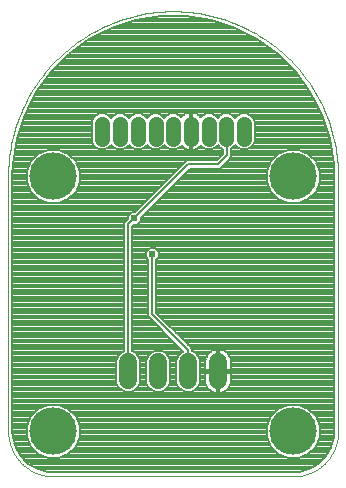
<source format=gbl>
G75*
%MOIN*%
%OFA0B0*%
%FSLAX25Y25*%
%IPPOS*%
%LPD*%
%AMOC8*
5,1,8,0,0,1.08239X$1,22.5*
%
%ADD10C,0.05937*%
%ADD11C,0.00000*%
%ADD12C,0.15811*%
%ADD13C,0.05000*%
%ADD14C,0.02400*%
%ADD15C,0.00800*%
D10*
X0046400Y0051037D02*
X0046400Y0056974D01*
X0056400Y0056974D02*
X0056400Y0051037D01*
X0066400Y0051037D02*
X0066400Y0056974D01*
X0076400Y0056974D02*
X0076400Y0051037D01*
D11*
X0101400Y0019006D02*
X0101762Y0019010D01*
X0102125Y0019024D01*
X0102487Y0019045D01*
X0102848Y0019076D01*
X0103208Y0019115D01*
X0103567Y0019163D01*
X0103925Y0019220D01*
X0104282Y0019285D01*
X0104637Y0019359D01*
X0104990Y0019442D01*
X0105341Y0019533D01*
X0105689Y0019632D01*
X0106035Y0019740D01*
X0106379Y0019856D01*
X0106719Y0019981D01*
X0107056Y0020113D01*
X0107390Y0020254D01*
X0107721Y0020403D01*
X0108048Y0020560D01*
X0108371Y0020724D01*
X0108690Y0020896D01*
X0109004Y0021076D01*
X0109315Y0021264D01*
X0109620Y0021459D01*
X0109921Y0021661D01*
X0110217Y0021871D01*
X0110507Y0022087D01*
X0110793Y0022311D01*
X0111073Y0022541D01*
X0111347Y0022778D01*
X0111615Y0023022D01*
X0111878Y0023272D01*
X0112134Y0023528D01*
X0112384Y0023791D01*
X0112628Y0024059D01*
X0112865Y0024333D01*
X0113095Y0024613D01*
X0113319Y0024899D01*
X0113535Y0025189D01*
X0113745Y0025485D01*
X0113947Y0025786D01*
X0114142Y0026091D01*
X0114330Y0026402D01*
X0114510Y0026716D01*
X0114682Y0027035D01*
X0114846Y0027358D01*
X0115003Y0027685D01*
X0115152Y0028016D01*
X0115293Y0028350D01*
X0115425Y0028687D01*
X0115550Y0029027D01*
X0115666Y0029371D01*
X0115774Y0029717D01*
X0115873Y0030065D01*
X0115964Y0030416D01*
X0116047Y0030769D01*
X0116121Y0031124D01*
X0116186Y0031481D01*
X0116243Y0031839D01*
X0116291Y0032198D01*
X0116330Y0032558D01*
X0116361Y0032919D01*
X0116382Y0033281D01*
X0116396Y0033644D01*
X0116400Y0034006D01*
X0116400Y0119006D01*
X0116384Y0120345D01*
X0116335Y0121684D01*
X0116253Y0123021D01*
X0116139Y0124355D01*
X0115993Y0125687D01*
X0115814Y0127014D01*
X0115603Y0128337D01*
X0115359Y0129654D01*
X0115084Y0130965D01*
X0114777Y0132268D01*
X0114438Y0133564D01*
X0114068Y0134851D01*
X0113667Y0136129D01*
X0113234Y0137397D01*
X0112771Y0138654D01*
X0112277Y0139899D01*
X0111753Y0141132D01*
X0111200Y0142351D01*
X0110616Y0143557D01*
X0110004Y0144748D01*
X0109363Y0145924D01*
X0108693Y0147084D01*
X0107995Y0148227D01*
X0107270Y0149353D01*
X0106517Y0150461D01*
X0105738Y0151551D01*
X0104932Y0152621D01*
X0104101Y0153671D01*
X0103244Y0154700D01*
X0102362Y0155709D01*
X0101457Y0156695D01*
X0100527Y0157659D01*
X0099574Y0158601D01*
X0098599Y0159519D01*
X0097601Y0160412D01*
X0096582Y0161282D01*
X0095542Y0162126D01*
X0094482Y0162944D01*
X0093402Y0163737D01*
X0092304Y0164503D01*
X0091186Y0165242D01*
X0090052Y0165954D01*
X0088900Y0166637D01*
X0087732Y0167293D01*
X0086548Y0167920D01*
X0085350Y0168518D01*
X0084137Y0169086D01*
X0082911Y0169625D01*
X0081672Y0170134D01*
X0080421Y0170612D01*
X0079158Y0171060D01*
X0077886Y0171477D01*
X0076603Y0171863D01*
X0075311Y0172218D01*
X0074011Y0172541D01*
X0072704Y0172832D01*
X0071390Y0173091D01*
X0070070Y0173318D01*
X0068745Y0173513D01*
X0067415Y0173676D01*
X0066082Y0173806D01*
X0064747Y0173904D01*
X0063409Y0173969D01*
X0062070Y0174002D01*
X0060730Y0174002D01*
X0059391Y0173969D01*
X0058053Y0173904D01*
X0056718Y0173806D01*
X0055385Y0173676D01*
X0054055Y0173513D01*
X0052730Y0173318D01*
X0051410Y0173091D01*
X0050096Y0172832D01*
X0048789Y0172541D01*
X0047489Y0172218D01*
X0046197Y0171863D01*
X0044914Y0171477D01*
X0043642Y0171060D01*
X0042379Y0170612D01*
X0041128Y0170134D01*
X0039889Y0169625D01*
X0038663Y0169086D01*
X0037450Y0168518D01*
X0036252Y0167920D01*
X0035068Y0167293D01*
X0033900Y0166637D01*
X0032748Y0165954D01*
X0031614Y0165242D01*
X0030496Y0164503D01*
X0029398Y0163737D01*
X0028318Y0162944D01*
X0027258Y0162126D01*
X0026218Y0161282D01*
X0025199Y0160412D01*
X0024201Y0159519D01*
X0023226Y0158601D01*
X0022273Y0157659D01*
X0021343Y0156695D01*
X0020438Y0155709D01*
X0019556Y0154700D01*
X0018699Y0153671D01*
X0017868Y0152621D01*
X0017062Y0151551D01*
X0016283Y0150461D01*
X0015530Y0149353D01*
X0014805Y0148227D01*
X0014107Y0147084D01*
X0013437Y0145924D01*
X0012796Y0144748D01*
X0012184Y0143557D01*
X0011600Y0142351D01*
X0011047Y0141132D01*
X0010523Y0139899D01*
X0010029Y0138654D01*
X0009566Y0137397D01*
X0009133Y0136129D01*
X0008732Y0134851D01*
X0008362Y0133564D01*
X0008023Y0132268D01*
X0007716Y0130965D01*
X0007441Y0129654D01*
X0007197Y0128337D01*
X0006986Y0127014D01*
X0006807Y0125687D01*
X0006661Y0124355D01*
X0006547Y0123021D01*
X0006465Y0121684D01*
X0006416Y0120345D01*
X0006400Y0119006D01*
X0006400Y0034006D01*
X0006404Y0033644D01*
X0006418Y0033281D01*
X0006439Y0032919D01*
X0006470Y0032558D01*
X0006509Y0032198D01*
X0006557Y0031839D01*
X0006614Y0031481D01*
X0006679Y0031124D01*
X0006753Y0030769D01*
X0006836Y0030416D01*
X0006927Y0030065D01*
X0007026Y0029717D01*
X0007134Y0029371D01*
X0007250Y0029027D01*
X0007375Y0028687D01*
X0007507Y0028350D01*
X0007648Y0028016D01*
X0007797Y0027685D01*
X0007954Y0027358D01*
X0008118Y0027035D01*
X0008290Y0026716D01*
X0008470Y0026402D01*
X0008658Y0026091D01*
X0008853Y0025786D01*
X0009055Y0025485D01*
X0009265Y0025189D01*
X0009481Y0024899D01*
X0009705Y0024613D01*
X0009935Y0024333D01*
X0010172Y0024059D01*
X0010416Y0023791D01*
X0010666Y0023528D01*
X0010922Y0023272D01*
X0011185Y0023022D01*
X0011453Y0022778D01*
X0011727Y0022541D01*
X0012007Y0022311D01*
X0012293Y0022087D01*
X0012583Y0021871D01*
X0012879Y0021661D01*
X0013180Y0021459D01*
X0013485Y0021264D01*
X0013796Y0021076D01*
X0014110Y0020896D01*
X0014429Y0020724D01*
X0014752Y0020560D01*
X0015079Y0020403D01*
X0015410Y0020254D01*
X0015744Y0020113D01*
X0016081Y0019981D01*
X0016421Y0019856D01*
X0016765Y0019740D01*
X0017111Y0019632D01*
X0017459Y0019533D01*
X0017810Y0019442D01*
X0018163Y0019359D01*
X0018518Y0019285D01*
X0018875Y0019220D01*
X0019233Y0019163D01*
X0019592Y0019115D01*
X0019952Y0019076D01*
X0020313Y0019045D01*
X0020675Y0019024D01*
X0021038Y0019010D01*
X0021400Y0019006D01*
X0101400Y0019006D01*
D12*
X0101400Y0034006D03*
X0101400Y0119006D03*
X0021400Y0119006D03*
X0021400Y0034006D03*
D13*
X0037778Y0131506D02*
X0037778Y0136506D01*
X0043683Y0136506D02*
X0043683Y0131506D01*
X0049589Y0131506D02*
X0049589Y0136506D01*
X0055494Y0136506D02*
X0055494Y0131506D01*
X0061400Y0131506D02*
X0061400Y0136506D01*
X0067306Y0136506D02*
X0067306Y0131506D01*
X0073211Y0131506D02*
X0073211Y0136506D01*
X0079117Y0136506D02*
X0079117Y0131506D01*
X0085022Y0131506D02*
X0085022Y0136506D01*
D14*
X0054400Y0093006D03*
X0048400Y0105006D03*
D15*
X0013498Y0022998D02*
X0109302Y0022998D01*
X0109679Y0023216D02*
X0106604Y0021441D01*
X0103175Y0020522D01*
X0101400Y0020406D01*
X0021400Y0020406D01*
X0019625Y0020522D01*
X0016195Y0021441D01*
X0013121Y0023216D01*
X0010610Y0025727D01*
X0008835Y0028801D01*
X0007916Y0032231D01*
X0007800Y0034006D01*
X0007800Y0119006D01*
X0007965Y0123211D01*
X0009281Y0131519D01*
X0011880Y0139518D01*
X0015698Y0147012D01*
X0020642Y0153816D01*
X0026590Y0159764D01*
X0033394Y0164707D01*
X0040888Y0168526D01*
X0048887Y0171125D01*
X0057195Y0172441D01*
X0065605Y0172441D01*
X0073913Y0171125D01*
X0081912Y0168526D01*
X0089406Y0164707D01*
X0096210Y0159764D01*
X0102158Y0153816D01*
X0107102Y0147012D01*
X0110920Y0139518D01*
X0113519Y0131519D01*
X0114835Y0123211D01*
X0115000Y0119006D01*
X0115000Y0034006D01*
X0114884Y0032231D01*
X0113965Y0028801D01*
X0112190Y0025727D01*
X0109679Y0023216D01*
X0110260Y0023797D02*
X0012540Y0023797D01*
X0011742Y0024595D02*
X0111058Y0024595D01*
X0111857Y0025394D02*
X0103880Y0025394D01*
X0103171Y0025100D02*
X0106445Y0026456D01*
X0108950Y0028961D01*
X0110305Y0032234D01*
X0110305Y0035777D01*
X0108950Y0039050D01*
X0106445Y0041556D01*
X0103171Y0042911D01*
X0099629Y0042911D01*
X0096355Y0041556D01*
X0093850Y0039050D01*
X0092494Y0035777D01*
X0092494Y0032234D01*
X0093850Y0028961D01*
X0096355Y0026456D01*
X0099629Y0025100D01*
X0103171Y0025100D01*
X0105808Y0026193D02*
X0112459Y0026193D01*
X0112920Y0026991D02*
X0106979Y0026991D01*
X0107778Y0027790D02*
X0113381Y0027790D01*
X0113842Y0028588D02*
X0108576Y0028588D01*
X0109126Y0029387D02*
X0114122Y0029387D01*
X0114336Y0030185D02*
X0109457Y0030185D01*
X0109787Y0030984D02*
X0114549Y0030984D01*
X0114763Y0031782D02*
X0110118Y0031782D01*
X0110305Y0032581D02*
X0114907Y0032581D01*
X0114959Y0033379D02*
X0110305Y0033379D01*
X0110305Y0034178D02*
X0115000Y0034178D01*
X0115000Y0034976D02*
X0110305Y0034976D01*
X0110305Y0035775D02*
X0115000Y0035775D01*
X0115000Y0036573D02*
X0109976Y0036573D01*
X0109645Y0037372D02*
X0115000Y0037372D01*
X0115000Y0038170D02*
X0109314Y0038170D01*
X0108984Y0038969D02*
X0115000Y0038969D01*
X0115000Y0039767D02*
X0108233Y0039767D01*
X0107434Y0040566D02*
X0115000Y0040566D01*
X0115000Y0041364D02*
X0106636Y0041364D01*
X0104979Y0042163D02*
X0115000Y0042163D01*
X0115000Y0042961D02*
X0007800Y0042961D01*
X0007800Y0042163D02*
X0017821Y0042163D01*
X0016355Y0041556D02*
X0019629Y0042911D01*
X0023171Y0042911D01*
X0026445Y0041556D01*
X0028950Y0039050D01*
X0030305Y0035777D01*
X0030305Y0032234D01*
X0028950Y0028961D01*
X0026445Y0026456D01*
X0023171Y0025100D01*
X0019629Y0025100D01*
X0016355Y0026456D01*
X0013850Y0028961D01*
X0012494Y0032234D01*
X0012494Y0035777D01*
X0013850Y0039050D01*
X0016355Y0041556D01*
X0016164Y0041364D02*
X0007800Y0041364D01*
X0007800Y0040566D02*
X0015366Y0040566D01*
X0014567Y0039767D02*
X0007800Y0039767D01*
X0007800Y0038969D02*
X0013816Y0038969D01*
X0013486Y0038170D02*
X0007800Y0038170D01*
X0007800Y0037372D02*
X0013155Y0037372D01*
X0012824Y0036573D02*
X0007800Y0036573D01*
X0007800Y0035775D02*
X0012494Y0035775D01*
X0012494Y0034976D02*
X0007800Y0034976D01*
X0007800Y0034178D02*
X0012494Y0034178D01*
X0012494Y0033379D02*
X0007841Y0033379D01*
X0007893Y0032581D02*
X0012494Y0032581D01*
X0012682Y0031782D02*
X0008037Y0031782D01*
X0008251Y0030984D02*
X0013013Y0030984D01*
X0013343Y0030185D02*
X0008464Y0030185D01*
X0008678Y0029387D02*
X0013674Y0029387D01*
X0014224Y0028588D02*
X0008958Y0028588D01*
X0009419Y0027790D02*
X0015022Y0027790D01*
X0015821Y0026991D02*
X0009880Y0026991D01*
X0010341Y0026193D02*
X0016992Y0026193D01*
X0018920Y0025394D02*
X0010943Y0025394D01*
X0014881Y0022200D02*
X0107919Y0022200D01*
X0106456Y0021401D02*
X0016344Y0021401D01*
X0019324Y0020603D02*
X0103476Y0020603D01*
X0098920Y0025394D02*
X0023880Y0025394D01*
X0025808Y0026193D02*
X0096992Y0026193D01*
X0095821Y0026991D02*
X0026979Y0026991D01*
X0027778Y0027790D02*
X0095022Y0027790D01*
X0094224Y0028588D02*
X0028576Y0028588D01*
X0029126Y0029387D02*
X0093674Y0029387D01*
X0093343Y0030185D02*
X0029457Y0030185D01*
X0029787Y0030984D02*
X0093013Y0030984D01*
X0092682Y0031782D02*
X0030118Y0031782D01*
X0030305Y0032581D02*
X0092494Y0032581D01*
X0092494Y0033379D02*
X0030305Y0033379D01*
X0030305Y0034178D02*
X0092494Y0034178D01*
X0092494Y0034976D02*
X0030305Y0034976D01*
X0030305Y0035775D02*
X0092494Y0035775D01*
X0092824Y0036573D02*
X0029976Y0036573D01*
X0029645Y0037372D02*
X0093155Y0037372D01*
X0093486Y0038170D02*
X0029314Y0038170D01*
X0028984Y0038969D02*
X0093816Y0038969D01*
X0094567Y0039767D02*
X0028233Y0039767D01*
X0027434Y0040566D02*
X0095366Y0040566D01*
X0096164Y0041364D02*
X0026636Y0041364D01*
X0024979Y0042163D02*
X0097821Y0042163D01*
X0115000Y0043760D02*
X0007800Y0043760D01*
X0007800Y0044558D02*
X0115000Y0044558D01*
X0115000Y0045357D02*
X0007800Y0045357D01*
X0007800Y0046155D02*
X0115000Y0046155D01*
X0115000Y0046954D02*
X0077969Y0046954D01*
X0078077Y0046989D02*
X0078690Y0047301D01*
X0079246Y0047705D01*
X0079732Y0048192D01*
X0080136Y0048748D01*
X0080448Y0049360D01*
X0080661Y0050014D01*
X0080768Y0050694D01*
X0080768Y0053606D01*
X0076800Y0053606D01*
X0076800Y0054406D01*
X0076000Y0054406D01*
X0076000Y0061334D01*
X0075377Y0061235D01*
X0074723Y0061023D01*
X0074110Y0060711D01*
X0073554Y0060307D01*
X0073068Y0059820D01*
X0072664Y0059264D01*
X0072352Y0058651D01*
X0072139Y0057997D01*
X0072031Y0057318D01*
X0072031Y0054406D01*
X0076000Y0054406D01*
X0076000Y0053606D01*
X0072031Y0053606D01*
X0072031Y0050694D01*
X0072139Y0050014D01*
X0072352Y0049360D01*
X0072664Y0048748D01*
X0073068Y0048192D01*
X0073554Y0047705D01*
X0074110Y0047301D01*
X0074723Y0046989D01*
X0075377Y0046776D01*
X0076000Y0046678D01*
X0076000Y0053606D01*
X0076800Y0053606D01*
X0076800Y0046678D01*
X0077423Y0046776D01*
X0078077Y0046989D01*
X0076800Y0046954D02*
X0076000Y0046954D01*
X0076000Y0047752D02*
X0076800Y0047752D01*
X0076800Y0048551D02*
X0076000Y0048551D01*
X0076000Y0049349D02*
X0076800Y0049349D01*
X0076800Y0050148D02*
X0076000Y0050148D01*
X0076000Y0050946D02*
X0076800Y0050946D01*
X0076800Y0051745D02*
X0076000Y0051745D01*
X0076000Y0052543D02*
X0076800Y0052543D01*
X0076800Y0053342D02*
X0076000Y0053342D01*
X0076000Y0054140D02*
X0070368Y0054140D01*
X0070368Y0053342D02*
X0072031Y0053342D01*
X0072031Y0052543D02*
X0070368Y0052543D01*
X0070368Y0051745D02*
X0072031Y0051745D01*
X0072031Y0050946D02*
X0070368Y0050946D01*
X0070368Y0050248D02*
X0069764Y0048789D01*
X0068648Y0047673D01*
X0067189Y0047069D01*
X0065611Y0047069D01*
X0064152Y0047673D01*
X0063036Y0048789D01*
X0062431Y0050248D01*
X0062431Y0057764D01*
X0063036Y0059222D01*
X0064152Y0060339D01*
X0064813Y0060613D01*
X0053000Y0072426D01*
X0053000Y0091295D01*
X0052200Y0092095D01*
X0052200Y0093917D01*
X0053489Y0095206D01*
X0055311Y0095206D01*
X0056600Y0093917D01*
X0056600Y0092095D01*
X0055800Y0091295D01*
X0055800Y0073586D01*
X0066980Y0062406D01*
X0067800Y0061586D01*
X0067800Y0060690D01*
X0068648Y0060339D01*
X0069764Y0059222D01*
X0070368Y0057764D01*
X0070368Y0050248D01*
X0070327Y0050148D02*
X0072118Y0050148D01*
X0072357Y0049349D02*
X0069996Y0049349D01*
X0069526Y0048551D02*
X0072807Y0048551D01*
X0073507Y0047752D02*
X0068727Y0047752D01*
X0064073Y0047752D02*
X0058727Y0047752D01*
X0058648Y0047673D02*
X0059764Y0048789D01*
X0060368Y0050248D01*
X0060368Y0057764D01*
X0059764Y0059222D01*
X0058648Y0060339D01*
X0057189Y0060943D01*
X0055611Y0060943D01*
X0054152Y0060339D01*
X0053036Y0059222D01*
X0052431Y0057764D01*
X0052431Y0050248D01*
X0053036Y0048789D01*
X0054152Y0047673D01*
X0055611Y0047069D01*
X0057189Y0047069D01*
X0058648Y0047673D01*
X0059526Y0048551D02*
X0063274Y0048551D01*
X0062804Y0049349D02*
X0059996Y0049349D01*
X0060327Y0050148D02*
X0062473Y0050148D01*
X0062431Y0050946D02*
X0060368Y0050946D01*
X0060368Y0051745D02*
X0062431Y0051745D01*
X0062431Y0052543D02*
X0060368Y0052543D01*
X0060368Y0053342D02*
X0062431Y0053342D01*
X0062431Y0054140D02*
X0060368Y0054140D01*
X0060368Y0054939D02*
X0062431Y0054939D01*
X0062431Y0055737D02*
X0060368Y0055737D01*
X0060368Y0056536D02*
X0062431Y0056536D01*
X0062431Y0057334D02*
X0060368Y0057334D01*
X0060216Y0058133D02*
X0062584Y0058133D01*
X0062915Y0058931D02*
X0059885Y0058931D01*
X0059257Y0059730D02*
X0063543Y0059730D01*
X0064610Y0060528D02*
X0058190Y0060528D01*
X0060905Y0064521D02*
X0047800Y0064521D01*
X0047800Y0063723D02*
X0061703Y0063723D01*
X0062502Y0062924D02*
X0047800Y0062924D01*
X0047800Y0062126D02*
X0063300Y0062126D01*
X0064099Y0061327D02*
X0047800Y0061327D01*
X0047800Y0060690D02*
X0047800Y0102426D01*
X0048180Y0102806D01*
X0049311Y0102806D01*
X0050600Y0104095D01*
X0050600Y0105226D01*
X0066980Y0121606D01*
X0076980Y0121606D01*
X0079980Y0124606D01*
X0080800Y0125426D01*
X0080800Y0128415D01*
X0081099Y0128539D01*
X0082069Y0129509D01*
X0083039Y0128539D01*
X0084326Y0128006D01*
X0085718Y0128006D01*
X0087005Y0128539D01*
X0087989Y0129523D01*
X0088522Y0130810D01*
X0088522Y0137202D01*
X0087989Y0138488D01*
X0087005Y0139473D01*
X0085718Y0140006D01*
X0084326Y0140006D01*
X0083039Y0139473D01*
X0082069Y0138503D01*
X0081099Y0139473D01*
X0079813Y0140006D01*
X0078420Y0140006D01*
X0077134Y0139473D01*
X0076164Y0138503D01*
X0075194Y0139473D01*
X0073907Y0140006D01*
X0072515Y0140006D01*
X0071228Y0139473D01*
X0070500Y0138745D01*
X0070335Y0138992D01*
X0069792Y0139535D01*
X0069153Y0139962D01*
X0068443Y0140256D01*
X0067690Y0140406D01*
X0067594Y0140406D01*
X0067594Y0134295D01*
X0067017Y0134295D01*
X0067017Y0140406D01*
X0066921Y0140406D01*
X0066168Y0140256D01*
X0065458Y0139962D01*
X0064819Y0139535D01*
X0064276Y0138992D01*
X0064111Y0138745D01*
X0063383Y0139473D01*
X0062096Y0140006D01*
X0060704Y0140006D01*
X0059417Y0139473D01*
X0058447Y0138503D01*
X0057477Y0139473D01*
X0056191Y0140006D01*
X0054798Y0140006D01*
X0053512Y0139473D01*
X0052542Y0138503D01*
X0051572Y0139473D01*
X0050285Y0140006D01*
X0048893Y0140006D01*
X0047606Y0139473D01*
X0046636Y0138503D01*
X0045666Y0139473D01*
X0044380Y0140006D01*
X0042987Y0140006D01*
X0041701Y0139473D01*
X0040731Y0138503D01*
X0039761Y0139473D01*
X0038474Y0140006D01*
X0037082Y0140006D01*
X0035795Y0139473D01*
X0034811Y0138488D01*
X0034278Y0137202D01*
X0034278Y0130810D01*
X0034811Y0129523D01*
X0035795Y0128539D01*
X0037082Y0128006D01*
X0038474Y0128006D01*
X0039761Y0128539D01*
X0040731Y0129509D01*
X0041701Y0128539D01*
X0042987Y0128006D01*
X0044380Y0128006D01*
X0045666Y0128539D01*
X0046636Y0129509D01*
X0047606Y0128539D01*
X0048893Y0128006D01*
X0050285Y0128006D01*
X0051572Y0128539D01*
X0052542Y0129509D01*
X0053512Y0128539D01*
X0054798Y0128006D01*
X0056191Y0128006D01*
X0057477Y0128539D01*
X0058447Y0129509D01*
X0059417Y0128539D01*
X0060704Y0128006D01*
X0062096Y0128006D01*
X0063383Y0128539D01*
X0064111Y0129267D01*
X0064276Y0129020D01*
X0064819Y0128477D01*
X0065458Y0128050D01*
X0066168Y0127756D01*
X0066921Y0127606D01*
X0067017Y0127606D01*
X0067017Y0133717D01*
X0067594Y0133717D01*
X0067594Y0127606D01*
X0067690Y0127606D01*
X0068443Y0127756D01*
X0069153Y0128050D01*
X0069792Y0128477D01*
X0070335Y0129020D01*
X0070500Y0129267D01*
X0071228Y0128539D01*
X0072515Y0128006D01*
X0073907Y0128006D01*
X0075194Y0128539D01*
X0076164Y0129509D01*
X0077134Y0128539D01*
X0078000Y0128180D01*
X0078000Y0126586D01*
X0075820Y0124406D01*
X0065820Y0124406D01*
X0065000Y0123586D01*
X0065000Y0123586D01*
X0048620Y0107206D01*
X0047489Y0107206D01*
X0046200Y0105917D01*
X0046200Y0104786D01*
X0045000Y0103586D01*
X0045000Y0060690D01*
X0044152Y0060339D01*
X0043036Y0059222D01*
X0042431Y0057764D01*
X0042431Y0050248D01*
X0043036Y0048789D01*
X0044152Y0047673D01*
X0045611Y0047069D01*
X0047189Y0047069D01*
X0048648Y0047673D01*
X0049764Y0048789D01*
X0050368Y0050248D01*
X0050368Y0057764D01*
X0049764Y0059222D01*
X0048648Y0060339D01*
X0047800Y0060690D01*
X0048190Y0060528D02*
X0054610Y0060528D01*
X0053543Y0059730D02*
X0049257Y0059730D01*
X0049885Y0058931D02*
X0052915Y0058931D01*
X0052584Y0058133D02*
X0050216Y0058133D01*
X0050368Y0057334D02*
X0052431Y0057334D01*
X0052431Y0056536D02*
X0050368Y0056536D01*
X0050368Y0055737D02*
X0052431Y0055737D01*
X0052431Y0054939D02*
X0050368Y0054939D01*
X0050368Y0054140D02*
X0052431Y0054140D01*
X0052431Y0053342D02*
X0050368Y0053342D01*
X0050368Y0052543D02*
X0052431Y0052543D01*
X0052431Y0051745D02*
X0050368Y0051745D01*
X0050368Y0050946D02*
X0052431Y0050946D01*
X0052473Y0050148D02*
X0050327Y0050148D01*
X0049996Y0049349D02*
X0052804Y0049349D01*
X0053274Y0048551D02*
X0049526Y0048551D01*
X0048727Y0047752D02*
X0054073Y0047752D01*
X0046400Y0054006D02*
X0046400Y0103006D01*
X0048400Y0105006D01*
X0066400Y0123006D01*
X0076400Y0123006D01*
X0079400Y0126006D01*
X0079400Y0133722D01*
X0079117Y0134006D01*
X0081790Y0138783D02*
X0082349Y0138783D01*
X0083300Y0139581D02*
X0080838Y0139581D01*
X0077395Y0139581D02*
X0074933Y0139581D01*
X0075884Y0138783D02*
X0076443Y0138783D01*
X0071489Y0139581D02*
X0069723Y0139581D01*
X0070475Y0138783D02*
X0070538Y0138783D01*
X0067594Y0138783D02*
X0067017Y0138783D01*
X0067017Y0139581D02*
X0067594Y0139581D01*
X0067594Y0140380D02*
X0067017Y0140380D01*
X0066789Y0140380D02*
X0012319Y0140380D01*
X0012726Y0141178D02*
X0110074Y0141178D01*
X0110481Y0140380D02*
X0067822Y0140380D01*
X0067594Y0137984D02*
X0067017Y0137984D01*
X0067017Y0137186D02*
X0067594Y0137186D01*
X0067594Y0136387D02*
X0067017Y0136387D01*
X0067017Y0135589D02*
X0067594Y0135589D01*
X0067594Y0134790D02*
X0067017Y0134790D01*
X0067017Y0133193D02*
X0067594Y0133193D01*
X0067594Y0132395D02*
X0067017Y0132395D01*
X0067017Y0131596D02*
X0067594Y0131596D01*
X0067594Y0130797D02*
X0067017Y0130797D01*
X0067017Y0129999D02*
X0067594Y0129999D01*
X0067594Y0129200D02*
X0067017Y0129200D01*
X0067017Y0128402D02*
X0067594Y0128402D01*
X0069680Y0128402D02*
X0071559Y0128402D01*
X0070567Y0129200D02*
X0070456Y0129200D01*
X0074863Y0128402D02*
X0077464Y0128402D01*
X0078000Y0127603D02*
X0023915Y0127603D01*
X0023171Y0127911D02*
X0019629Y0127911D01*
X0016355Y0126556D01*
X0013850Y0124050D01*
X0012494Y0120777D01*
X0012494Y0117234D01*
X0013850Y0113961D01*
X0016355Y0111456D01*
X0019629Y0110100D01*
X0023171Y0110100D01*
X0026445Y0111456D01*
X0028950Y0113961D01*
X0030305Y0117234D01*
X0030305Y0120777D01*
X0028950Y0124050D01*
X0026445Y0126556D01*
X0023171Y0127911D01*
X0025843Y0126805D02*
X0078000Y0126805D01*
X0077421Y0126006D02*
X0026994Y0126006D01*
X0027792Y0125208D02*
X0076622Y0125208D01*
X0075824Y0124409D02*
X0028591Y0124409D01*
X0029132Y0123611D02*
X0065025Y0123611D01*
X0064227Y0122812D02*
X0029463Y0122812D01*
X0029793Y0122014D02*
X0063428Y0122014D01*
X0062630Y0121215D02*
X0030124Y0121215D01*
X0030305Y0120417D02*
X0061831Y0120417D01*
X0061033Y0119618D02*
X0030305Y0119618D01*
X0030305Y0118820D02*
X0060234Y0118820D01*
X0059436Y0118021D02*
X0030305Y0118021D01*
X0030301Y0117223D02*
X0058637Y0117223D01*
X0057838Y0116424D02*
X0029970Y0116424D01*
X0029639Y0115626D02*
X0057040Y0115626D01*
X0056241Y0114827D02*
X0029308Y0114827D01*
X0028978Y0114029D02*
X0055443Y0114029D01*
X0054644Y0113230D02*
X0028219Y0113230D01*
X0027420Y0112432D02*
X0053846Y0112432D01*
X0053047Y0111633D02*
X0026622Y0111633D01*
X0024944Y0110835D02*
X0052249Y0110835D01*
X0051450Y0110036D02*
X0007800Y0110036D01*
X0007800Y0109238D02*
X0050652Y0109238D01*
X0049853Y0108439D02*
X0007800Y0108439D01*
X0007800Y0107641D02*
X0049055Y0107641D01*
X0047125Y0106842D02*
X0007800Y0106842D01*
X0007800Y0106044D02*
X0046326Y0106044D01*
X0046200Y0105245D02*
X0007800Y0105245D01*
X0007800Y0104447D02*
X0045861Y0104447D01*
X0045062Y0103648D02*
X0007800Y0103648D01*
X0007800Y0102850D02*
X0045000Y0102850D01*
X0045000Y0102051D02*
X0007800Y0102051D01*
X0007800Y0101253D02*
X0045000Y0101253D01*
X0045000Y0100454D02*
X0007800Y0100454D01*
X0007800Y0099656D02*
X0045000Y0099656D01*
X0045000Y0098857D02*
X0007800Y0098857D01*
X0007800Y0098059D02*
X0045000Y0098059D01*
X0045000Y0097260D02*
X0007800Y0097260D01*
X0007800Y0096462D02*
X0045000Y0096462D01*
X0045000Y0095663D02*
X0007800Y0095663D01*
X0007800Y0094864D02*
X0045000Y0094864D01*
X0045000Y0094066D02*
X0007800Y0094066D01*
X0007800Y0093267D02*
X0045000Y0093267D01*
X0045000Y0092469D02*
X0007800Y0092469D01*
X0007800Y0091670D02*
X0045000Y0091670D01*
X0045000Y0090872D02*
X0007800Y0090872D01*
X0007800Y0090073D02*
X0045000Y0090073D01*
X0045000Y0089275D02*
X0007800Y0089275D01*
X0007800Y0088476D02*
X0045000Y0088476D01*
X0045000Y0087678D02*
X0007800Y0087678D01*
X0007800Y0086879D02*
X0045000Y0086879D01*
X0045000Y0086081D02*
X0007800Y0086081D01*
X0007800Y0085282D02*
X0045000Y0085282D01*
X0045000Y0084484D02*
X0007800Y0084484D01*
X0007800Y0083685D02*
X0045000Y0083685D01*
X0045000Y0082887D02*
X0007800Y0082887D01*
X0007800Y0082088D02*
X0045000Y0082088D01*
X0045000Y0081290D02*
X0007800Y0081290D01*
X0007800Y0080491D02*
X0045000Y0080491D01*
X0045000Y0079693D02*
X0007800Y0079693D01*
X0007800Y0078894D02*
X0045000Y0078894D01*
X0045000Y0078096D02*
X0007800Y0078096D01*
X0007800Y0077297D02*
X0045000Y0077297D01*
X0045000Y0076499D02*
X0007800Y0076499D01*
X0007800Y0075700D02*
X0045000Y0075700D01*
X0045000Y0074902D02*
X0007800Y0074902D01*
X0007800Y0074103D02*
X0045000Y0074103D01*
X0045000Y0073305D02*
X0007800Y0073305D01*
X0007800Y0072506D02*
X0045000Y0072506D01*
X0045000Y0071708D02*
X0007800Y0071708D01*
X0007800Y0070909D02*
X0045000Y0070909D01*
X0045000Y0070111D02*
X0007800Y0070111D01*
X0007800Y0069312D02*
X0045000Y0069312D01*
X0045000Y0068514D02*
X0007800Y0068514D01*
X0007800Y0067715D02*
X0045000Y0067715D01*
X0045000Y0066917D02*
X0007800Y0066917D01*
X0007800Y0066118D02*
X0045000Y0066118D01*
X0045000Y0065320D02*
X0007800Y0065320D01*
X0007800Y0064521D02*
X0045000Y0064521D01*
X0045000Y0063723D02*
X0007800Y0063723D01*
X0007800Y0062924D02*
X0045000Y0062924D01*
X0045000Y0062126D02*
X0007800Y0062126D01*
X0007800Y0061327D02*
X0045000Y0061327D01*
X0044610Y0060528D02*
X0007800Y0060528D01*
X0007800Y0059730D02*
X0043543Y0059730D01*
X0042915Y0058931D02*
X0007800Y0058931D01*
X0007800Y0058133D02*
X0042584Y0058133D01*
X0042431Y0057334D02*
X0007800Y0057334D01*
X0007800Y0056536D02*
X0042431Y0056536D01*
X0042431Y0055737D02*
X0007800Y0055737D01*
X0007800Y0054939D02*
X0042431Y0054939D01*
X0042431Y0054140D02*
X0007800Y0054140D01*
X0007800Y0053342D02*
X0042431Y0053342D01*
X0042431Y0052543D02*
X0007800Y0052543D01*
X0007800Y0051745D02*
X0042431Y0051745D01*
X0042431Y0050946D02*
X0007800Y0050946D01*
X0007800Y0050148D02*
X0042473Y0050148D01*
X0042804Y0049349D02*
X0007800Y0049349D01*
X0007800Y0048551D02*
X0043274Y0048551D01*
X0044073Y0047752D02*
X0007800Y0047752D01*
X0007800Y0046954D02*
X0074831Y0046954D01*
X0076800Y0054140D02*
X0115000Y0054140D01*
X0115000Y0053342D02*
X0080768Y0053342D01*
X0080768Y0052543D02*
X0115000Y0052543D01*
X0115000Y0051745D02*
X0080768Y0051745D01*
X0080768Y0050946D02*
X0115000Y0050946D01*
X0115000Y0050148D02*
X0080682Y0050148D01*
X0080443Y0049349D02*
X0115000Y0049349D01*
X0115000Y0048551D02*
X0079993Y0048551D01*
X0079293Y0047752D02*
X0115000Y0047752D01*
X0115000Y0054939D02*
X0080768Y0054939D01*
X0080768Y0054406D02*
X0080768Y0057318D01*
X0080661Y0057997D01*
X0080448Y0058651D01*
X0080136Y0059264D01*
X0079732Y0059820D01*
X0079246Y0060307D01*
X0078690Y0060711D01*
X0078077Y0061023D01*
X0077423Y0061235D01*
X0076800Y0061334D01*
X0076800Y0054406D01*
X0080768Y0054406D01*
X0080768Y0055737D02*
X0115000Y0055737D01*
X0115000Y0056536D02*
X0080768Y0056536D01*
X0080766Y0057334D02*
X0115000Y0057334D01*
X0115000Y0058133D02*
X0080617Y0058133D01*
X0080306Y0058931D02*
X0115000Y0058931D01*
X0115000Y0059730D02*
X0079798Y0059730D01*
X0078940Y0060528D02*
X0115000Y0060528D01*
X0115000Y0061327D02*
X0076844Y0061327D01*
X0076800Y0061327D02*
X0076000Y0061327D01*
X0075956Y0061327D02*
X0067800Y0061327D01*
X0068190Y0060528D02*
X0073860Y0060528D01*
X0073002Y0059730D02*
X0069257Y0059730D01*
X0069885Y0058931D02*
X0072494Y0058931D01*
X0072183Y0058133D02*
X0070216Y0058133D01*
X0070368Y0057334D02*
X0072034Y0057334D01*
X0072031Y0056536D02*
X0070368Y0056536D01*
X0070368Y0055737D02*
X0072031Y0055737D01*
X0072031Y0054939D02*
X0070368Y0054939D01*
X0066400Y0054006D02*
X0066400Y0061006D01*
X0054400Y0073006D01*
X0054400Y0093006D01*
X0056176Y0091670D02*
X0115000Y0091670D01*
X0115000Y0090872D02*
X0055800Y0090872D01*
X0055800Y0090073D02*
X0115000Y0090073D01*
X0115000Y0089275D02*
X0055800Y0089275D01*
X0055800Y0088476D02*
X0115000Y0088476D01*
X0115000Y0087678D02*
X0055800Y0087678D01*
X0055800Y0086879D02*
X0115000Y0086879D01*
X0115000Y0086081D02*
X0055800Y0086081D01*
X0055800Y0085282D02*
X0115000Y0085282D01*
X0115000Y0084484D02*
X0055800Y0084484D01*
X0055800Y0083685D02*
X0115000Y0083685D01*
X0115000Y0082887D02*
X0055800Y0082887D01*
X0055800Y0082088D02*
X0115000Y0082088D01*
X0115000Y0081290D02*
X0055800Y0081290D01*
X0055800Y0080491D02*
X0115000Y0080491D01*
X0115000Y0079693D02*
X0055800Y0079693D01*
X0055800Y0078894D02*
X0115000Y0078894D01*
X0115000Y0078096D02*
X0055800Y0078096D01*
X0055800Y0077297D02*
X0115000Y0077297D01*
X0115000Y0076499D02*
X0055800Y0076499D01*
X0055800Y0075700D02*
X0115000Y0075700D01*
X0115000Y0074902D02*
X0055800Y0074902D01*
X0055800Y0074103D02*
X0115000Y0074103D01*
X0115000Y0073305D02*
X0056081Y0073305D01*
X0056880Y0072506D02*
X0115000Y0072506D01*
X0115000Y0071708D02*
X0057678Y0071708D01*
X0058477Y0070909D02*
X0115000Y0070909D01*
X0115000Y0070111D02*
X0059275Y0070111D01*
X0060074Y0069312D02*
X0115000Y0069312D01*
X0115000Y0068514D02*
X0060872Y0068514D01*
X0061671Y0067715D02*
X0115000Y0067715D01*
X0115000Y0066917D02*
X0062469Y0066917D01*
X0063268Y0066118D02*
X0115000Y0066118D01*
X0115000Y0065320D02*
X0064066Y0065320D01*
X0064865Y0064521D02*
X0115000Y0064521D01*
X0115000Y0063723D02*
X0065663Y0063723D01*
X0066462Y0062924D02*
X0115000Y0062924D01*
X0115000Y0062126D02*
X0067260Y0062126D01*
X0060106Y0065320D02*
X0047800Y0065320D01*
X0047800Y0066118D02*
X0059308Y0066118D01*
X0058509Y0066917D02*
X0047800Y0066917D01*
X0047800Y0067715D02*
X0057711Y0067715D01*
X0056912Y0068514D02*
X0047800Y0068514D01*
X0047800Y0069312D02*
X0056114Y0069312D01*
X0055315Y0070111D02*
X0047800Y0070111D01*
X0047800Y0070909D02*
X0054517Y0070909D01*
X0053718Y0071708D02*
X0047800Y0071708D01*
X0047800Y0072506D02*
X0053000Y0072506D01*
X0053000Y0073305D02*
X0047800Y0073305D01*
X0047800Y0074103D02*
X0053000Y0074103D01*
X0053000Y0074902D02*
X0047800Y0074902D01*
X0047800Y0075700D02*
X0053000Y0075700D01*
X0053000Y0076499D02*
X0047800Y0076499D01*
X0047800Y0077297D02*
X0053000Y0077297D01*
X0053000Y0078096D02*
X0047800Y0078096D01*
X0047800Y0078894D02*
X0053000Y0078894D01*
X0053000Y0079693D02*
X0047800Y0079693D01*
X0047800Y0080491D02*
X0053000Y0080491D01*
X0053000Y0081290D02*
X0047800Y0081290D01*
X0047800Y0082088D02*
X0053000Y0082088D01*
X0053000Y0082887D02*
X0047800Y0082887D01*
X0047800Y0083685D02*
X0053000Y0083685D01*
X0053000Y0084484D02*
X0047800Y0084484D01*
X0047800Y0085282D02*
X0053000Y0085282D01*
X0053000Y0086081D02*
X0047800Y0086081D01*
X0047800Y0086879D02*
X0053000Y0086879D01*
X0053000Y0087678D02*
X0047800Y0087678D01*
X0047800Y0088476D02*
X0053000Y0088476D01*
X0053000Y0089275D02*
X0047800Y0089275D01*
X0047800Y0090073D02*
X0053000Y0090073D01*
X0053000Y0090872D02*
X0047800Y0090872D01*
X0047800Y0091670D02*
X0052624Y0091670D01*
X0052200Y0092469D02*
X0047800Y0092469D01*
X0047800Y0093267D02*
X0052200Y0093267D01*
X0052349Y0094066D02*
X0047800Y0094066D01*
X0047800Y0094864D02*
X0053147Y0094864D01*
X0055653Y0094864D02*
X0115000Y0094864D01*
X0115000Y0094066D02*
X0056451Y0094066D01*
X0056600Y0093267D02*
X0115000Y0093267D01*
X0115000Y0092469D02*
X0056600Y0092469D01*
X0049355Y0102850D02*
X0115000Y0102850D01*
X0115000Y0103648D02*
X0050153Y0103648D01*
X0050600Y0104447D02*
X0115000Y0104447D01*
X0115000Y0105245D02*
X0050619Y0105245D01*
X0051418Y0106044D02*
X0115000Y0106044D01*
X0115000Y0106842D02*
X0052216Y0106842D01*
X0053015Y0107641D02*
X0115000Y0107641D01*
X0115000Y0108439D02*
X0053813Y0108439D01*
X0054612Y0109238D02*
X0115000Y0109238D01*
X0115000Y0110036D02*
X0055410Y0110036D01*
X0056209Y0110835D02*
X0097856Y0110835D01*
X0096355Y0111456D02*
X0099629Y0110100D01*
X0103171Y0110100D01*
X0106445Y0111456D01*
X0108950Y0113961D01*
X0110305Y0117234D01*
X0110305Y0120777D01*
X0108950Y0124050D01*
X0106445Y0126556D01*
X0103171Y0127911D01*
X0099629Y0127911D01*
X0096355Y0126556D01*
X0093850Y0124050D01*
X0092494Y0120777D01*
X0092494Y0117234D01*
X0093850Y0113961D01*
X0096355Y0111456D01*
X0096178Y0111633D02*
X0057007Y0111633D01*
X0057806Y0112432D02*
X0095380Y0112432D01*
X0094581Y0113230D02*
X0058604Y0113230D01*
X0059403Y0114029D02*
X0093822Y0114029D01*
X0093492Y0114827D02*
X0060201Y0114827D01*
X0061000Y0115626D02*
X0093161Y0115626D01*
X0092830Y0116424D02*
X0061798Y0116424D01*
X0062597Y0117223D02*
X0092499Y0117223D01*
X0092494Y0118021D02*
X0063395Y0118021D01*
X0064194Y0118820D02*
X0092494Y0118820D01*
X0092494Y0119618D02*
X0064992Y0119618D01*
X0065791Y0120417D02*
X0092494Y0120417D01*
X0092676Y0121215D02*
X0066589Y0121215D01*
X0064931Y0128402D02*
X0063052Y0128402D01*
X0064044Y0129200D02*
X0064155Y0129200D01*
X0059748Y0128402D02*
X0057147Y0128402D01*
X0058139Y0129200D02*
X0058756Y0129200D01*
X0053842Y0128402D02*
X0051241Y0128402D01*
X0052233Y0129200D02*
X0052850Y0129200D01*
X0047937Y0128402D02*
X0045336Y0128402D01*
X0046328Y0129200D02*
X0046945Y0129200D01*
X0042031Y0128402D02*
X0039430Y0128402D01*
X0040422Y0129200D02*
X0041039Y0129200D01*
X0036126Y0128402D02*
X0008787Y0128402D01*
X0008661Y0127603D02*
X0018885Y0127603D01*
X0016957Y0126805D02*
X0008534Y0126805D01*
X0008408Y0126006D02*
X0015806Y0126006D01*
X0015008Y0125208D02*
X0008281Y0125208D01*
X0008155Y0124409D02*
X0014209Y0124409D01*
X0013668Y0123611D02*
X0008028Y0123611D01*
X0007950Y0122812D02*
X0013337Y0122812D01*
X0013007Y0122014D02*
X0007918Y0122014D01*
X0007887Y0121215D02*
X0012676Y0121215D01*
X0012494Y0120417D02*
X0007855Y0120417D01*
X0007824Y0119618D02*
X0012494Y0119618D01*
X0012494Y0118820D02*
X0007800Y0118820D01*
X0007800Y0118021D02*
X0012494Y0118021D01*
X0012499Y0117223D02*
X0007800Y0117223D01*
X0007800Y0116424D02*
X0012830Y0116424D01*
X0013161Y0115626D02*
X0007800Y0115626D01*
X0007800Y0114827D02*
X0013492Y0114827D01*
X0013822Y0114029D02*
X0007800Y0114029D01*
X0007800Y0113230D02*
X0014581Y0113230D01*
X0015380Y0112432D02*
X0007800Y0112432D01*
X0007800Y0111633D02*
X0016178Y0111633D01*
X0017856Y0110835D02*
X0007800Y0110835D01*
X0008914Y0129200D02*
X0035134Y0129200D01*
X0034614Y0129999D02*
X0009040Y0129999D01*
X0009167Y0130797D02*
X0034283Y0130797D01*
X0034278Y0131596D02*
X0009306Y0131596D01*
X0009566Y0132395D02*
X0034278Y0132395D01*
X0034278Y0133193D02*
X0009825Y0133193D01*
X0010084Y0133992D02*
X0034278Y0133992D01*
X0034278Y0134790D02*
X0010344Y0134790D01*
X0010603Y0135589D02*
X0034278Y0135589D01*
X0034278Y0136387D02*
X0010863Y0136387D01*
X0011122Y0137186D02*
X0034278Y0137186D01*
X0034602Y0137984D02*
X0011382Y0137984D01*
X0011641Y0138783D02*
X0035105Y0138783D01*
X0036056Y0139581D02*
X0011912Y0139581D01*
X0013133Y0141977D02*
X0109667Y0141977D01*
X0109260Y0142775D02*
X0013540Y0142775D01*
X0013947Y0143574D02*
X0108853Y0143574D01*
X0108446Y0144372D02*
X0014354Y0144372D01*
X0014760Y0145171D02*
X0108040Y0145171D01*
X0107633Y0145969D02*
X0015167Y0145969D01*
X0015574Y0146768D02*
X0107226Y0146768D01*
X0107102Y0147012D02*
X0107102Y0147012D01*
X0106699Y0147566D02*
X0016101Y0147566D01*
X0016681Y0148365D02*
X0106119Y0148365D01*
X0105538Y0149163D02*
X0017262Y0149163D01*
X0017842Y0149962D02*
X0104958Y0149962D01*
X0104378Y0150760D02*
X0018422Y0150760D01*
X0019002Y0151559D02*
X0103798Y0151559D01*
X0103218Y0152357D02*
X0019582Y0152357D01*
X0020162Y0153156D02*
X0102638Y0153156D01*
X0102158Y0153816D02*
X0102158Y0153816D01*
X0102020Y0153954D02*
X0020780Y0153954D01*
X0021579Y0154753D02*
X0101221Y0154753D01*
X0100423Y0155551D02*
X0022377Y0155551D01*
X0023176Y0156350D02*
X0099624Y0156350D01*
X0098826Y0157148D02*
X0023974Y0157148D01*
X0024773Y0157947D02*
X0098027Y0157947D01*
X0097229Y0158745D02*
X0025571Y0158745D01*
X0026370Y0159544D02*
X0096430Y0159544D01*
X0095414Y0160342D02*
X0027386Y0160342D01*
X0028485Y0161141D02*
X0094315Y0161141D01*
X0093216Y0161939D02*
X0029584Y0161939D01*
X0030683Y0162738D02*
X0092117Y0162738D01*
X0091018Y0163536D02*
X0031782Y0163536D01*
X0032881Y0164335D02*
X0089919Y0164335D01*
X0088570Y0165133D02*
X0034230Y0165133D01*
X0035797Y0165932D02*
X0087003Y0165932D01*
X0085435Y0166730D02*
X0037365Y0166730D01*
X0038932Y0167529D02*
X0083868Y0167529D01*
X0082301Y0168328D02*
X0040499Y0168328D01*
X0042735Y0169126D02*
X0080065Y0169126D01*
X0077607Y0169925D02*
X0045193Y0169925D01*
X0047650Y0170723D02*
X0075150Y0170723D01*
X0071408Y0171522D02*
X0051392Y0171522D01*
X0056433Y0172320D02*
X0066367Y0172320D01*
X0064888Y0139581D02*
X0063122Y0139581D01*
X0064073Y0138783D02*
X0064136Y0138783D01*
X0059678Y0139581D02*
X0057216Y0139581D01*
X0058168Y0138783D02*
X0058727Y0138783D01*
X0053773Y0139581D02*
X0051311Y0139581D01*
X0052262Y0138783D02*
X0052821Y0138783D01*
X0047867Y0139581D02*
X0045405Y0139581D01*
X0046356Y0138783D02*
X0046916Y0138783D01*
X0041962Y0139581D02*
X0039500Y0139581D01*
X0040451Y0138783D02*
X0041010Y0138783D01*
X0047800Y0102051D02*
X0115000Y0102051D01*
X0115000Y0101253D02*
X0047800Y0101253D01*
X0047800Y0100454D02*
X0115000Y0100454D01*
X0115000Y0099656D02*
X0047800Y0099656D01*
X0047800Y0098857D02*
X0115000Y0098857D01*
X0115000Y0098059D02*
X0047800Y0098059D01*
X0047800Y0097260D02*
X0115000Y0097260D01*
X0115000Y0096462D02*
X0047800Y0096462D01*
X0047800Y0095663D02*
X0115000Y0095663D01*
X0115000Y0110835D02*
X0104944Y0110835D01*
X0106622Y0111633D02*
X0115000Y0111633D01*
X0115000Y0112432D02*
X0107420Y0112432D01*
X0108219Y0113230D02*
X0115000Y0113230D01*
X0115000Y0114029D02*
X0108978Y0114029D01*
X0109308Y0114827D02*
X0115000Y0114827D01*
X0115000Y0115626D02*
X0109639Y0115626D01*
X0109970Y0116424D02*
X0115000Y0116424D01*
X0115000Y0117223D02*
X0110301Y0117223D01*
X0110305Y0118021D02*
X0115000Y0118021D01*
X0115000Y0118820D02*
X0110305Y0118820D01*
X0110305Y0119618D02*
X0114976Y0119618D01*
X0114945Y0120417D02*
X0110305Y0120417D01*
X0110124Y0121215D02*
X0114913Y0121215D01*
X0114882Y0122014D02*
X0109793Y0122014D01*
X0109463Y0122812D02*
X0114850Y0122812D01*
X0114771Y0123611D02*
X0109132Y0123611D01*
X0108591Y0124409D02*
X0114645Y0124409D01*
X0114519Y0125208D02*
X0107792Y0125208D01*
X0106994Y0126006D02*
X0114392Y0126006D01*
X0114266Y0126805D02*
X0105843Y0126805D01*
X0103915Y0127603D02*
X0114139Y0127603D01*
X0114013Y0128402D02*
X0086674Y0128402D01*
X0087666Y0129200D02*
X0113886Y0129200D01*
X0113760Y0129999D02*
X0088186Y0129999D01*
X0088517Y0130797D02*
X0113633Y0130797D01*
X0113494Y0131596D02*
X0088522Y0131596D01*
X0088522Y0132395D02*
X0113234Y0132395D01*
X0112975Y0133193D02*
X0088522Y0133193D01*
X0088522Y0133992D02*
X0112716Y0133992D01*
X0112456Y0134790D02*
X0088522Y0134790D01*
X0088522Y0135589D02*
X0112197Y0135589D01*
X0111937Y0136387D02*
X0088522Y0136387D01*
X0088522Y0137186D02*
X0111678Y0137186D01*
X0111418Y0137984D02*
X0088198Y0137984D01*
X0087695Y0138783D02*
X0111159Y0138783D01*
X0110888Y0139581D02*
X0086744Y0139581D01*
X0082378Y0129200D02*
X0081761Y0129200D01*
X0080800Y0128402D02*
X0083370Y0128402D01*
X0080800Y0127603D02*
X0098885Y0127603D01*
X0096957Y0126805D02*
X0080800Y0126805D01*
X0080800Y0126006D02*
X0095806Y0126006D01*
X0095008Y0125208D02*
X0080582Y0125208D01*
X0079783Y0124409D02*
X0094209Y0124409D01*
X0093668Y0123611D02*
X0078985Y0123611D01*
X0078186Y0122812D02*
X0093337Y0122812D01*
X0093007Y0122014D02*
X0077388Y0122014D01*
X0076472Y0129200D02*
X0075855Y0129200D01*
X0076000Y0060528D02*
X0076800Y0060528D01*
X0076800Y0059730D02*
X0076000Y0059730D01*
X0076000Y0058931D02*
X0076800Y0058931D01*
X0076800Y0058133D02*
X0076000Y0058133D01*
X0076000Y0057334D02*
X0076800Y0057334D01*
X0076800Y0056536D02*
X0076000Y0056536D01*
X0076000Y0055737D02*
X0076800Y0055737D01*
X0076800Y0054939D02*
X0076000Y0054939D01*
M02*

</source>
